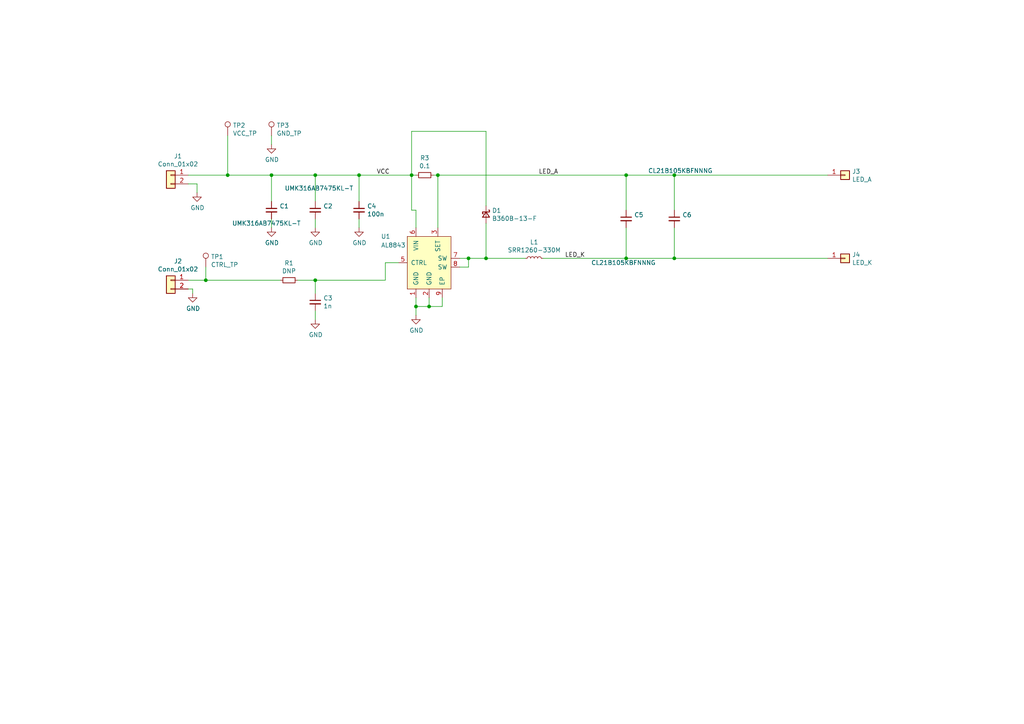
<source format=kicad_sch>
(kicad_sch (version 20211123) (generator eeschema)
  (paper "A4")
  (lib_symbols
    (symbol "Connector:TestPoint" (pin_numbers hide) (pin_names (offset 0.762) hide)
      (property "Reference" "TP" (at 0 6.858 0))
      (property "Value" "TestPoint" (at 0 5.08 0))
      (symbol "TestPoint_0_1"
        (circle (center 0 3.302) (radius 0.762))
      )
      (symbol "TestPoint_1_1"
        (pin passive line (at 0 0 90) (length 2.54) (name "1") (number "1"))
      )
    )
    (symbol "Connector_Generic:Conn_01x01" (pin_names (offset 1.016) hide)
      (property "Reference" "J" (at 0 2.54 0))
      (property "Value" "Conn_01x01" (at 0 -2.54 0))
      (symbol "Conn_01x01_1_1"
        (rectangle (start -1.27 0.127) (end 0 -0.127) (stroke (width 0.1524)))
        (rectangle (start -1.27 1.27) (end 1.27 -1.27) (stroke (width 0.254)) (fill (type background)))
        (pin passive line (at -5.08 0 0) (length 3.81) (name "Pin_1") (number "1"))
      )
    )
    (symbol "Connector_Generic:Conn_01x02" (pin_names (offset 1.016) hide)
      (property "Reference" "J" (at 0 2.54 0))
      (property "Value" "Conn_01x02" (at 0 -5.08 0))
      (symbol "Conn_01x02_1_1"
        (rectangle (start -1.27 -2.413) (end 0 -2.667) (stroke (width 0.1524)))
        (rectangle (start -1.27 0.127) (end 0 -0.127) (stroke (width 0.1524)))
        (rectangle (start -1.27 1.27) (end 1.27 -3.81) (stroke (width 0.254)) (fill (type background)))
        (pin passive line (at -5.08 0 0) (length 3.81) (name "Pin_1") (number "1"))
        (pin passive line (at -5.08 -2.54 0) (length 3.81) (name "Pin_2") (number "2"))
      )
    )
    (symbol "Device:C_Small" (pin_numbers hide) (pin_names (offset 0.254) hide)
      (property "Reference" "C" (at 0.254 1.778 0))
      (property "Value" "C_Small" (at 0.254 -2.032 0))
      (symbol "C_Small_0_1"
        (polyline (pts (xy -1.524 -0.508) (xy 1.524 -0.508)) (stroke (width 0.3302)))
        (polyline (pts (xy -1.524 0.508) (xy 1.524 0.508)) (stroke (width 0.3048)))
      )
      (symbol "C_Small_1_1"
        (pin passive line (at 0 2.54 270) (length 2.032) (name "~") (number "1"))
        (pin passive line (at 0 -2.54 90) (length 2.032) (name "~") (number "2"))
      )
    )
    (symbol "Device:D_Schottky_Small" (pin_numbers hide) (pin_names (offset 0.254) hide)
      (property "Reference" "D" (at -1.27 2.032 0))
      (property "Value" "D_Schottky_Small" (at -7.112 -2.032 0))
      (symbol "D_Schottky_Small_0_1"
        (polyline (pts (xy -0.762 0) (xy 0.762 0)))
        (polyline (pts (xy 0.762 -1.016) (xy -0.762 0) (xy 0.762 1.016) (xy 0.762 -1.016)) (stroke (width 0.254)))
        (polyline (pts (xy -1.27 0.762) (xy -1.27 1.016) (xy -0.762 1.016) (xy -0.762 -1.016) (xy -0.254 -1.016) (xy -0.254 -0.762)) (stroke (width 0.254)))
      )
      (symbol "D_Schottky_Small_1_1"
        (pin passive line (at -2.54 0 0) (length 1.778) (name "K") (number "1"))
        (pin passive line (at 2.54 0 180) (length 1.778) (name "A") (number "2"))
      )
    )
    (symbol "Device:L_Small" (pin_numbers hide) (pin_names (offset 0.254) hide)
      (property "Reference" "L" (at 0.762 1.016 0))
      (property "Value" "L_Small" (at 0.762 -1.016 0))
      (symbol "L_Small_0_1"
        (arc (start 0 -2.032) (mid 0.508 -1.524) (end 0 -1.016))
        (arc (start 0 -1.016) (mid 0.508 -0.508) (end 0 0))
        (arc (start 0 0) (mid 0.508 0.508) (end 0 1.016))
        (arc (start 0 1.016) (mid 0.508 1.524) (end 0 2.032))
      )
      (symbol "L_Small_1_1"
        (pin passive line (at 0 2.54 270) (length 0.508) (name "~") (number "1"))
        (pin passive line (at 0 -2.54 90) (length 0.508) (name "~") (number "2"))
      )
    )
    (symbol "Device:R_Small" (pin_numbers hide) (pin_names (offset 0.254) hide)
      (property "Reference" "R" (at 0.762 0.508 0))
      (property "Value" "R_Small" (at 0.762 -1.016 0))
      (symbol "R_Small_0_1"
        (rectangle (start -0.762 1.778) (end 0.762 -1.778) (stroke (width 0.2032)))
      )
      (symbol "R_Small_1_1"
        (pin passive line (at 0 2.54 270) (length 0.762) (name "~") (number "1"))
        (pin passive line (at 0 -2.54 90) (length 0.762) (name "~") (number "2"))
      )
    )
    (symbol "al8843:AL8843" (pin_names (offset 1.016))
      (property "Reference" "U" (at 1.27 10.16 0))
      (property "Value" "AL8843" (at 7.62 10.16 0))
      (symbol "AL8843_0_1"
        (rectangle (start 0 0) (end 12.7 -15.24) (fill (type background)))
      )
      (symbol "AL8843_1_1"
        (pin input line (at 2.54 -17.78 90) (length 2.54) (name "GND") (number "1"))
        (pin input line (at 6.35 -17.78 90) (length 2.54) (name "GND") (number "2"))
        (pin input line (at 8.89 2.54 270) (length 2.54) (name "SET") (number "3"))
        (pin input line (at -2.54 -7.62 0) (length 2.54) (name "CTRL") (number "5"))
        (pin input line (at 2.54 2.54 270) (length 2.54) (name "VIN") (number "6"))
        (pin input line (at 15.24 -6.35 180) (length 2.54) (name "SW") (number "7"))
        (pin input line (at 15.24 -8.89 180) (length 2.54) (name "SW") (number "8"))
        (pin input line (at 10.16 -17.78 90) (length 2.54) (name "EP") (number "9"))
      )
    )
    (symbol "power:GND" (power) (pin_names (offset 0))
      (property "Value" "GND" (at 0 -3.81 0))
      (symbol "GND_0_1"
        (polyline (pts (xy 0 0) (xy 0 -1.27) (xy 1.27 -1.27) (xy 0 -2.54) (xy -1.27 -1.27) (xy 0 -1.27)))
      )
      (symbol "GND_1_1"
        (pin power_in line (at 0 0 270) (length 0) hide (name "GND") (number "1"))
      )
    )
  )
  (junction (at 91.44 81.28))
  (junction (at 181.61 74.93))
  (junction (at 120.65 88.9))
  (junction (at 78.74 50.8))
  (junction (at 135.89 74.93))
  (junction (at 195.58 50.8))
  (junction (at 119.38 50.8))
  (junction (at 195.58 74.93))
  (junction (at 124.46 88.9))
  (junction (at 66.04 50.8))
  (junction (at 127 50.8))
  (junction (at 104.14 50.8))
  (junction (at 140.97 74.93))
  (junction (at 91.44 50.8))
  (junction (at 59.69 81.28))
  (junction (at 181.61 50.8))
  (wire (pts (xy 104.14 50.8) (xy 119.38 50.8)))
  (wire (pts (xy 195.58 60.96) (xy 195.58 50.8)))
  (wire (pts (xy 127 50.8) (xy 127 66.04)))
  (wire (pts (xy 120.65 88.9) (xy 124.46 88.9)))
  (wire (pts (xy 119.38 50.8) (xy 119.38 60.96)))
  (wire (pts (xy 157.48 74.93) (xy 181.61 74.93)))
  (wire (pts (xy 133.35 77.47) (xy 135.89 77.47)))
  (wire (pts (xy 54.61 81.28) (xy 59.69 81.28)))
  (wire (pts (xy 66.04 50.8) (xy 78.74 50.8)))
  (wire (pts (xy 66.04 39.37) (xy 66.04 50.8)))
  (wire (pts (xy 140.97 38.1) (xy 119.38 38.1)))
  (wire (pts (xy 78.74 50.8) (xy 91.44 50.8)))
  (wire (pts (xy 152.4 74.93) (xy 140.97 74.93)))
  (wire (pts (xy 195.58 74.93) (xy 181.61 74.93)))
  (wire (pts (xy 104.14 58.42) (xy 104.14 50.8)))
  (wire (pts (xy 140.97 64.77) (xy 140.97 74.93)))
  (wire (pts (xy 91.44 90.17) (xy 91.44 92.71)))
  (wire (pts (xy 181.61 74.93) (xy 181.61 66.04)))
  (wire (pts (xy 140.97 59.69) (xy 140.97 38.1)))
  (wire (pts (xy 111.76 81.28) (xy 111.76 76.2)))
  (wire (pts (xy 78.74 41.91) (xy 78.74 39.37)))
  (wire (pts (xy 78.74 50.8) (xy 78.74 58.42)))
  (wire (pts (xy 120.65 86.36) (xy 120.65 88.9)))
  (wire (pts (xy 91.44 63.5) (xy 91.44 66.04)))
  (wire (pts (xy 104.14 63.5) (xy 104.14 66.04)))
  (wire (pts (xy 59.69 77.47) (xy 59.69 81.28)))
  (wire (pts (xy 78.74 63.5) (xy 78.74 66.04)))
  (wire (pts (xy 119.38 38.1) (xy 119.38 50.8)))
  (wire (pts (xy 120.65 88.9) (xy 120.65 91.44)))
  (wire (pts (xy 195.58 74.93) (xy 240.03 74.93)))
  (wire (pts (xy 91.44 85.09) (xy 91.44 81.28)))
  (wire (pts (xy 86.36 81.28) (xy 91.44 81.28)))
  (wire (pts (xy 140.97 74.93) (xy 135.89 74.93)))
  (wire (pts (xy 181.61 60.96) (xy 181.61 50.8)))
  (wire (pts (xy 128.27 88.9) (xy 128.27 86.36)))
  (wire (pts (xy 120.65 60.96) (xy 119.38 60.96)))
  (wire (pts (xy 91.44 50.8) (xy 104.14 50.8)))
  (wire (pts (xy 195.58 66.04) (xy 195.58 74.93)))
  (wire (pts (xy 195.58 50.8) (xy 240.03 50.8)))
  (wire (pts (xy 124.46 88.9) (xy 128.27 88.9)))
  (wire (pts (xy 120.65 66.04) (xy 120.65 60.96)))
  (wire (pts (xy 54.61 83.82) (xy 55.88 83.82)))
  (wire (pts (xy 91.44 81.28) (xy 111.76 81.28)))
  (wire (pts (xy 125.73 50.8) (xy 127 50.8)))
  (wire (pts (xy 124.46 88.9) (xy 124.46 86.36)))
  (wire (pts (xy 135.89 74.93) (xy 133.35 74.93)))
  (wire (pts (xy 120.65 50.8) (xy 119.38 50.8)))
  (wire (pts (xy 54.61 53.34) (xy 57.15 53.34)))
  (wire (pts (xy 57.15 53.34) (xy 57.15 55.88)))
  (wire (pts (xy 135.89 77.47) (xy 135.89 74.93)))
  (wire (pts (xy 54.61 50.8) (xy 66.04 50.8)))
  (wire (pts (xy 91.44 58.42) (xy 91.44 50.8)))
  (wire (pts (xy 181.61 50.8) (xy 195.58 50.8)))
  (wire (pts (xy 59.69 81.28) (xy 81.28 81.28)))
  (wire (pts (xy 127 50.8) (xy 181.61 50.8)))
  (wire (pts (xy 55.88 83.82) (xy 55.88 85.09)))
  (wire (pts (xy 111.76 76.2) (xy 115.57 76.2)))
  (label "VCC" (at 109.22 50.8 0))
  (label "LED_A" (at 156.21 50.8 0))
  (label "LED_K" (at 163.83 74.93 0))
  (symbol (lib_id "al8843:AL8843") (at 118.11 68.58 0) (unit 1)
    (property "Reference" "U1" (at 110.49 68.58 0) (effects (justify left)))
    (property "Value" "AL8843" (at 110.49 71.12 0) (effects (justify left)))
    (property "Footprint" "Package_SO:HSOP-8-1EP_3.9x4.9mm_P1.27mm_EP2.41x3.1mm_ThermalVias" (effects hide))
  )
  (symbol (lib_id "Device:R_Small") (at 123.19 50.8 270) (unit 1)
    (property "Reference" "R3" (at 123.19 45.8216 90))
    (property "Value" "0.1" (at 123.19 48.133 90))
    (property "Footprint" "Resistor_SMD:R_1206_3216Metric" (effects hide))
  )
  (symbol (lib_id "Device:L_Small") (at 154.94 74.93 90) (unit 1)
    (property "Reference" "L1" (at 154.94 70.231 90))
    (property "Value" "SRR1260-330M" (at 154.94 72.5424 90))
    (property "Footprint" "Inductor_SMD:L_Bourns_SRR1260" (effects hide))
  )
  (symbol (lib_id "Device:D_Schottky_Small") (at 140.97 62.23 270) (unit 1)
    (property "Reference" "D1" (at 142.6972 61.0616 90) (effects (justify left)))
    (property "Value" "B360B-13-F" (at 142.6972 63.373 90) (effects (justify left)))
    (property "Footprint" "Diode_SMD:D_SMB" (effects hide))
  )
  (symbol (lib_id "Device:C_Small") (at 181.61 63.5 0) (unit 1)
    (property "Reference" "C5" (at 183.9468 62.3316 0) (effects (justify left)))
    (property "Value" "CL21B105KBFNNNG" (at 171.45 76.2 0) (effects (justify left)))
    (property "Footprint" "Capacitor_SMD:C_1206_3216Metric" (effects hide))
  )
  (symbol (lib_id "Device:C_Small") (at 195.58 63.5 0) (unit 1)
    (property "Reference" "C6" (at 197.9168 62.3316 0) (effects (justify left)))
    (property "Value" "CL21B105KBFNNNG" (at 187.96 49.53 0) (effects (justify left)))
    (property "Footprint" "Capacitor_SMD:C_1206_3216Metric" (effects hide))
  )
  (symbol (lib_id "Device:C_Small") (at 104.14 60.96 0) (unit 1)
    (property "Reference" "C4" (at 106.4768 59.7916 0) (effects (justify left)))
    (property "Value" "100n" (at 106.4768 62.103 0) (effects (justify left)))
    (property "Footprint" "Capacitor_SMD:C_1206_3216Metric" (effects hide))
  )
  (symbol (lib_id "Device:C_Small") (at 91.44 60.96 0) (unit 1)
    (property "Reference" "C2" (at 93.7768 59.7916 0) (effects (justify left)))
    (property "Value" "UMK316AB7475KL-T" (at 82.55 54.61 0) (effects (justify left)))
    (property "Footprint" "Capacitor_SMD:C_1206_3216Metric" (effects hide))
  )
  (symbol (lib_id "Device:C_Small") (at 78.74 60.96 0) (unit 1)
    (property "Reference" "C1" (at 81.0768 59.7916 0) (effects (justify left)))
    (property "Value" "UMK316AB7475KL-T" (at 67.31 64.77 0) (effects (justify left)))
    (property "Footprint" "Capacitor_SMD:C_1206_3216Metric" (effects hide))
  )
  (symbol (lib_id "power:GND") (at 120.65 91.44 0) (unit 1)
    (property "Reference" "#PWR08" (effects hide))
    (property "Value" "GND" (at 120.777 95.8342 0))
  )
  (symbol (lib_id "power:GND") (at 104.14 66.04 0) (unit 1)
    (property "Reference" "#PWR07" (effects hide))
    (property "Value" "GND" (at 104.267 70.4342 0))
  )
  (symbol (lib_id "power:GND") (at 91.44 66.04 0) (unit 1)
    (property "Reference" "#PWR05" (effects hide))
    (property "Value" "GND" (at 91.567 70.4342 0))
  )
  (symbol (lib_id "power:GND") (at 78.74 66.04 0) (unit 1)
    (property "Reference" "#PWR04" (effects hide))
    (property "Value" "GND" (at 78.867 70.4342 0))
  )
  (symbol (lib_id "Connector:TestPoint") (at 66.04 39.37 0) (unit 1)
    (property "Reference" "TP2" (at 67.5132 36.3728 0) (effects (justify left)))
    (property "Value" "VCC_TP" (at 67.5132 38.6842 0) (effects (justify left)))
    (property "Footprint" "TestPoint:TestPoint_Loop_D2.54mm_Drill1.5mm_Beaded" (effects hide))
  )
  (symbol (lib_id "Connector:TestPoint") (at 78.74 39.37 0) (unit 1)
    (property "Reference" "TP3" (at 80.2132 36.3728 0) (effects (justify left)))
    (property "Value" "GND_TP" (at 80.2132 38.6842 0) (effects (justify left)))
    (property "Footprint" "TestPoint:TestPoint_Loop_D2.54mm_Drill1.5mm_Beaded" (effects hide))
  )
  (symbol (lib_id "power:GND") (at 78.74 41.91 0) (unit 1)
    (property "Reference" "#PWR03" (effects hide))
    (property "Value" "GND" (at 78.867 46.3042 0))
  )
  (symbol (lib_id "Connector_Generic:Conn_01x02") (at 49.53 50.8 0) (mirror y) (unit 1)
    (property "Reference" "J1" (at 51.6128 45.2882 0))
    (property "Value" "Conn_01x02" (at 51.6128 47.5996 0))
    (property "Footprint" "Connector_JST:JST_PH_B2B-PH-K_1x02_P2.00mm_Vertical" (effects hide))
  )
  (symbol (lib_id "power:GND") (at 57.15 55.88 0) (unit 1)
    (property "Reference" "#PWR02" (effects hide))
    (property "Value" "GND" (at 57.277 60.2742 0))
  )
  (symbol (lib_id "Device:R_Small") (at 83.82 81.28 270) (unit 1)
    (property "Reference" "R1" (at 83.82 76.3016 90))
    (property "Value" "DNP" (at 83.82 78.613 90))
    (property "Footprint" "Resistor_SMD:R_1206_3216Metric" (effects hide))
  )
  (symbol (lib_id "Connector_Generic:Conn_01x02") (at 49.53 81.28 0) (mirror y) (unit 1)
    (property "Reference" "J2" (at 51.6128 75.7682 0))
    (property "Value" "Conn_01x02" (at 51.6128 78.0796 0))
    (property "Footprint" "Connector_JST:JST_PH_B2B-PH-K_1x02_P2.00mm_Vertical" (effects hide))
  )
  (symbol (lib_id "Device:C_Small") (at 91.44 87.63 0) (unit 1)
    (property "Reference" "C3" (at 93.7768 86.4616 0) (effects (justify left)))
    (property "Value" "1n" (at 93.7768 88.773 0) (effects (justify left)))
    (property "Footprint" "Capacitor_SMD:C_1206_3216Metric" (effects hide))
  )
  (symbol (lib_id "power:GND") (at 91.44 92.71 0) (unit 1)
    (property "Reference" "#PWR06" (effects hide))
    (property "Value" "GND" (at 91.567 97.1042 0))
  )
  (symbol (lib_id "Connector:TestPoint") (at 59.69 77.47 0) (unit 1)
    (property "Reference" "TP1" (at 61.1632 74.4728 0) (effects (justify left)))
    (property "Value" "CTRL_TP" (at 61.1632 76.7842 0) (effects (justify left)))
    (property "Footprint" "TestPoint:TestPoint_Loop_D2.54mm_Drill1.5mm_Beaded" (effects hide))
  )
  (symbol (lib_id "power:GND") (at 55.88 85.09 0) (unit 1)
    (property "Reference" "#PWR01" (effects hide))
    (property "Value" "GND" (at 56.007 89.4842 0))
  )
  (symbol (lib_id "Connector_Generic:Conn_01x01") (at 245.11 50.8 0) (unit 1)
    (property "Reference" "J3" (at 247.142 49.7332 0) (effects (justify left)))
    (property "Value" "LED_A" (at 247.142 52.0446 0) (effects (justify left)))
    (property "Footprint" "TestPoint:TestPoint_THTPad_D4.0mm_Drill2.0mm" (effects hide))
  )
  (symbol (lib_id "Connector_Generic:Conn_01x01") (at 245.11 74.93 0) (unit 1)
    (property "Reference" "J4" (at 247.142 73.8632 0) (effects (justify left)))
    (property "Value" "LED_K" (at 247.142 76.1746 0) (effects (justify left)))
    (property "Footprint" "TestPoint:TestPoint_THTPad_D4.0mm_Drill2.0mm" (effects hide))
  )
)
</source>
